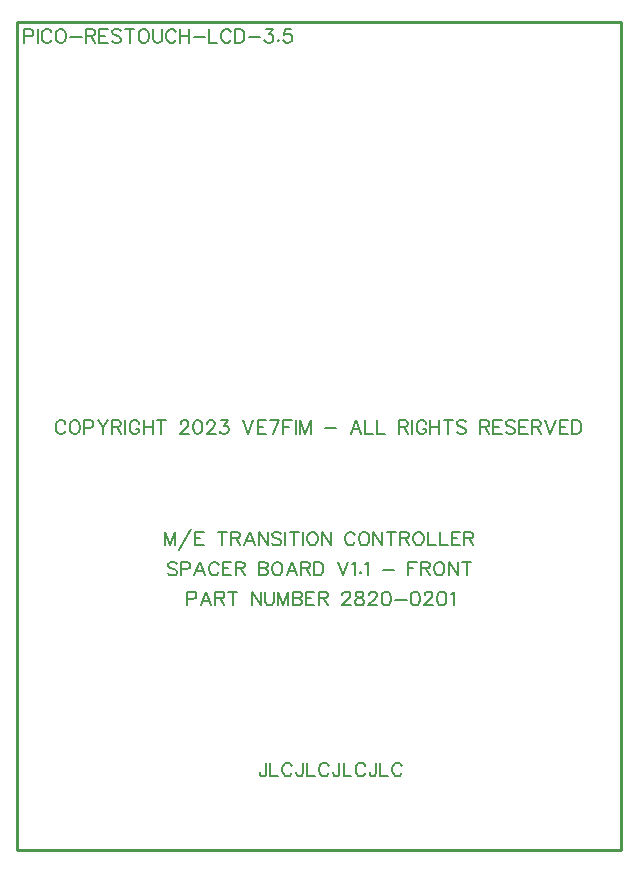
<source format=gto>
G04 Layer: TopSilkscreenLayer*
G04 EasyEDA v6.5.29, 2023-07-16 15:11:24*
G04 187f5c6779fd422f98db1b48107103c3,5a6b42c53f6a479593ecc07194224c93,10*
G04 Gerber Generator version 0.2*
G04 Scale: 100 percent, Rotated: No, Reflected: No *
G04 Dimensions in millimeters *
G04 leading zeros omitted , absolute positions ,4 integer and 5 decimal *
%FSLAX45Y45*%
%MOMM*%

%ADD10C,0.2030*%
%ADD11C,0.2032*%
%ADD12C,0.2540*%

%LPD*%
D10*
X923544Y6599428D02*
G01*
X918210Y6610350D01*
X907287Y6621271D01*
X896365Y6626860D01*
X874521Y6626860D01*
X863600Y6621271D01*
X852678Y6610350D01*
X847344Y6599428D01*
X841755Y6583171D01*
X841755Y6555994D01*
X847344Y6539484D01*
X852678Y6528562D01*
X863600Y6517639D01*
X874521Y6512305D01*
X896365Y6512305D01*
X907287Y6517639D01*
X918210Y6528562D01*
X923544Y6539484D01*
X992378Y6626860D02*
G01*
X981455Y6621271D01*
X970534Y6610350D01*
X965200Y6599428D01*
X959612Y6583171D01*
X959612Y6555994D01*
X965200Y6539484D01*
X970534Y6528562D01*
X981455Y6517639D01*
X992378Y6512305D01*
X1014221Y6512305D01*
X1025144Y6517639D01*
X1036065Y6528562D01*
X1041400Y6539484D01*
X1046987Y6555994D01*
X1046987Y6583171D01*
X1041400Y6599428D01*
X1036065Y6610350D01*
X1025144Y6621271D01*
X1014221Y6626860D01*
X992378Y6626860D01*
X1082802Y6626860D02*
G01*
X1082802Y6512305D01*
X1082802Y6626860D02*
G01*
X1132078Y6626860D01*
X1148334Y6621271D01*
X1153921Y6615937D01*
X1159255Y6605015D01*
X1159255Y6588505D01*
X1153921Y6577584D01*
X1148334Y6572250D01*
X1132078Y6566662D01*
X1082802Y6566662D01*
X1195323Y6626860D02*
G01*
X1239012Y6572250D01*
X1239012Y6512305D01*
X1282445Y6626860D02*
G01*
X1239012Y6572250D01*
X1318513Y6626860D02*
G01*
X1318513Y6512305D01*
X1318513Y6626860D02*
G01*
X1367536Y6626860D01*
X1384045Y6621271D01*
X1389379Y6615937D01*
X1394968Y6605015D01*
X1394968Y6594094D01*
X1389379Y6583171D01*
X1384045Y6577584D01*
X1367536Y6572250D01*
X1318513Y6572250D01*
X1356613Y6572250D02*
G01*
X1394968Y6512305D01*
X1430781Y6626860D02*
G01*
X1430781Y6512305D01*
X1548637Y6599428D02*
G01*
X1543304Y6610350D01*
X1532381Y6621271D01*
X1521460Y6626860D01*
X1499615Y6626860D01*
X1488694Y6621271D01*
X1477771Y6610350D01*
X1472437Y6599428D01*
X1466850Y6583171D01*
X1466850Y6555994D01*
X1472437Y6539484D01*
X1477771Y6528562D01*
X1488694Y6517639D01*
X1499615Y6512305D01*
X1521460Y6512305D01*
X1532381Y6517639D01*
X1543304Y6528562D01*
X1548637Y6539484D01*
X1548637Y6555994D01*
X1521460Y6555994D02*
G01*
X1548637Y6555994D01*
X1584705Y6626860D02*
G01*
X1584705Y6512305D01*
X1661160Y6626860D02*
G01*
X1661160Y6512305D01*
X1584705Y6572250D02*
G01*
X1661160Y6572250D01*
X1735328Y6626860D02*
G01*
X1735328Y6512305D01*
X1696973Y6626860D02*
G01*
X1773428Y6626860D01*
X1898904Y6599428D02*
G01*
X1898904Y6605015D01*
X1904237Y6615937D01*
X1909826Y6621271D01*
X1920747Y6626860D01*
X1942591Y6626860D01*
X1953513Y6621271D01*
X1958847Y6615937D01*
X1964436Y6605015D01*
X1964436Y6594094D01*
X1958847Y6583171D01*
X1947925Y6566662D01*
X1893570Y6512305D01*
X1969770Y6512305D01*
X2038604Y6626860D02*
G01*
X2022093Y6621271D01*
X2011172Y6605015D01*
X2005838Y6577584D01*
X2005838Y6561328D01*
X2011172Y6534150D01*
X2022093Y6517639D01*
X2038604Y6512305D01*
X2049525Y6512305D01*
X2065781Y6517639D01*
X2076704Y6534150D01*
X2082291Y6561328D01*
X2082291Y6577584D01*
X2076704Y6605015D01*
X2065781Y6621271D01*
X2049525Y6626860D01*
X2038604Y6626860D01*
X2123693Y6599428D02*
G01*
X2123693Y6605015D01*
X2129027Y6615937D01*
X2134615Y6621271D01*
X2145538Y6626860D01*
X2167381Y6626860D01*
X2178050Y6621271D01*
X2183638Y6615937D01*
X2188972Y6605015D01*
X2188972Y6594094D01*
X2183638Y6583171D01*
X2172715Y6566662D01*
X2118106Y6512305D01*
X2194559Y6512305D01*
X2241550Y6626860D02*
G01*
X2301493Y6626860D01*
X2268727Y6583171D01*
X2284984Y6583171D01*
X2295906Y6577584D01*
X2301493Y6572250D01*
X2306827Y6555994D01*
X2306827Y6545071D01*
X2301493Y6528562D01*
X2290572Y6517639D01*
X2274061Y6512305D01*
X2257806Y6512305D01*
X2241550Y6517639D01*
X2235961Y6523228D01*
X2230627Y6534150D01*
X2426970Y6626860D02*
G01*
X2470658Y6512305D01*
X2514091Y6626860D02*
G01*
X2470658Y6512305D01*
X2550159Y6626860D02*
G01*
X2550159Y6512305D01*
X2550159Y6626860D02*
G01*
X2621025Y6626860D01*
X2550159Y6572250D02*
G01*
X2593847Y6572250D01*
X2550159Y6512305D02*
G01*
X2621025Y6512305D01*
X2733547Y6626860D02*
G01*
X2678938Y6512305D01*
X2657093Y6626860D02*
G01*
X2733547Y6626860D01*
X2769361Y6626860D02*
G01*
X2769361Y6512305D01*
X2769361Y6626860D02*
G01*
X2840227Y6626860D01*
X2769361Y6572250D02*
G01*
X2813050Y6572250D01*
X2876295Y6626860D02*
G01*
X2876295Y6512305D01*
X2912363Y6626860D02*
G01*
X2912363Y6512305D01*
X2912363Y6626860D02*
G01*
X2956052Y6512305D01*
X2999740Y6626860D02*
G01*
X2956052Y6512305D01*
X2999740Y6626860D02*
G01*
X2999740Y6512305D01*
X3119627Y6561328D02*
G01*
X3217925Y6561328D01*
X3381502Y6626860D02*
G01*
X3337813Y6512305D01*
X3381502Y6626860D02*
G01*
X3425190Y6512305D01*
X3354070Y6550405D02*
G01*
X3408679Y6550405D01*
X3461004Y6626860D02*
G01*
X3461004Y6512305D01*
X3461004Y6512305D02*
G01*
X3526536Y6512305D01*
X3562604Y6626860D02*
G01*
X3562604Y6512305D01*
X3562604Y6512305D02*
G01*
X3627881Y6512305D01*
X3748024Y6626860D02*
G01*
X3748024Y6512305D01*
X3748024Y6626860D02*
G01*
X3797045Y6626860D01*
X3813556Y6621271D01*
X3818890Y6615937D01*
X3824477Y6605015D01*
X3824477Y6594094D01*
X3818890Y6583171D01*
X3813556Y6577584D01*
X3797045Y6572250D01*
X3748024Y6572250D01*
X3786124Y6572250D02*
G01*
X3824477Y6512305D01*
X3860291Y6626860D02*
G01*
X3860291Y6512305D01*
X3978147Y6599428D02*
G01*
X3972813Y6610350D01*
X3961891Y6621271D01*
X3950970Y6626860D01*
X3929125Y6626860D01*
X3918204Y6621271D01*
X3907281Y6610350D01*
X3901693Y6599428D01*
X3896359Y6583171D01*
X3896359Y6555994D01*
X3901693Y6539484D01*
X3907281Y6528562D01*
X3918204Y6517639D01*
X3929125Y6512305D01*
X3950970Y6512305D01*
X3961891Y6517639D01*
X3972813Y6528562D01*
X3978147Y6539484D01*
X3978147Y6555994D01*
X3950970Y6555994D02*
G01*
X3978147Y6555994D01*
X4014215Y6626860D02*
G01*
X4014215Y6512305D01*
X4090415Y6626860D02*
G01*
X4090415Y6512305D01*
X4014215Y6572250D02*
G01*
X4090415Y6572250D01*
X4164838Y6626860D02*
G01*
X4164838Y6512305D01*
X4126484Y6626860D02*
G01*
X4202938Y6626860D01*
X4315206Y6610350D02*
G01*
X4304284Y6621271D01*
X4288027Y6626860D01*
X4266184Y6626860D01*
X4249927Y6621271D01*
X4239006Y6610350D01*
X4239006Y6599428D01*
X4244340Y6588505D01*
X4249927Y6583171D01*
X4260595Y6577584D01*
X4293361Y6566662D01*
X4304284Y6561328D01*
X4309872Y6555994D01*
X4315206Y6545071D01*
X4315206Y6528562D01*
X4304284Y6517639D01*
X4288027Y6512305D01*
X4266184Y6512305D01*
X4249927Y6517639D01*
X4239006Y6528562D01*
X4435347Y6626860D02*
G01*
X4435347Y6512305D01*
X4435347Y6626860D02*
G01*
X4484370Y6626860D01*
X4500625Y6621271D01*
X4506213Y6615937D01*
X4511547Y6605015D01*
X4511547Y6594094D01*
X4506213Y6583171D01*
X4500625Y6577584D01*
X4484370Y6572250D01*
X4435347Y6572250D01*
X4473447Y6572250D02*
G01*
X4511547Y6512305D01*
X4547615Y6626860D02*
G01*
X4547615Y6512305D01*
X4547615Y6626860D02*
G01*
X4618481Y6626860D01*
X4547615Y6572250D02*
G01*
X4591304Y6572250D01*
X4547615Y6512305D02*
G01*
X4618481Y6512305D01*
X4731004Y6610350D02*
G01*
X4720081Y6621271D01*
X4703572Y6626860D01*
X4681727Y6626860D01*
X4665472Y6621271D01*
X4654550Y6610350D01*
X4654550Y6599428D01*
X4659884Y6588505D01*
X4665472Y6583171D01*
X4676393Y6577584D01*
X4709159Y6566662D01*
X4720081Y6561328D01*
X4725415Y6555994D01*
X4731004Y6545071D01*
X4731004Y6528562D01*
X4720081Y6517639D01*
X4703572Y6512305D01*
X4681727Y6512305D01*
X4665472Y6517639D01*
X4654550Y6528562D01*
X4766818Y6626860D02*
G01*
X4766818Y6512305D01*
X4766818Y6626860D02*
G01*
X4837684Y6626860D01*
X4766818Y6572250D02*
G01*
X4810506Y6572250D01*
X4766818Y6512305D02*
G01*
X4837684Y6512305D01*
X4873752Y6626860D02*
G01*
X4873752Y6512305D01*
X4873752Y6626860D02*
G01*
X4922774Y6626860D01*
X4939284Y6621271D01*
X4944618Y6615937D01*
X4950206Y6605015D01*
X4950206Y6594094D01*
X4944618Y6583171D01*
X4939284Y6577584D01*
X4922774Y6572250D01*
X4873752Y6572250D01*
X4912106Y6572250D02*
G01*
X4950206Y6512305D01*
X4986274Y6626860D02*
G01*
X5029708Y6512305D01*
X5073395Y6626860D02*
G01*
X5029708Y6512305D01*
X5109463Y6626860D02*
G01*
X5109463Y6512305D01*
X5109463Y6626860D02*
G01*
X5180329Y6626860D01*
X5109463Y6572250D02*
G01*
X5153152Y6572250D01*
X5109463Y6512305D02*
G01*
X5180329Y6512305D01*
X5216397Y6626860D02*
G01*
X5216397Y6512305D01*
X5216397Y6626860D02*
G01*
X5254497Y6626860D01*
X5271008Y6621271D01*
X5281675Y6610350D01*
X5287263Y6599428D01*
X5292597Y6583171D01*
X5292597Y6555994D01*
X5287263Y6539484D01*
X5281675Y6528562D01*
X5271008Y6517639D01*
X5254497Y6512305D01*
X5216397Y6512305D01*
D11*
X2623614Y3728925D02*
G01*
X2623614Y3641549D01*
X2618026Y3625293D01*
X2612692Y3619705D01*
X2601770Y3614371D01*
X2590848Y3614371D01*
X2579926Y3619705D01*
X2574338Y3625293D01*
X2569004Y3641549D01*
X2569004Y3652471D01*
X2659428Y3728925D02*
G01*
X2659428Y3614371D01*
X2659428Y3614371D02*
G01*
X2724960Y3614371D01*
X2842816Y3701493D02*
G01*
X2837482Y3712415D01*
X2826560Y3723337D01*
X2815638Y3728925D01*
X2793794Y3728925D01*
X2782872Y3723337D01*
X2771950Y3712415D01*
X2766362Y3701493D01*
X2761028Y3685237D01*
X2761028Y3658059D01*
X2766362Y3641549D01*
X2771950Y3630627D01*
X2782872Y3619705D01*
X2793794Y3614371D01*
X2815638Y3614371D01*
X2826560Y3619705D01*
X2837482Y3630627D01*
X2842816Y3641549D01*
X2933240Y3728925D02*
G01*
X2933240Y3641549D01*
X2927906Y3625293D01*
X2922572Y3619705D01*
X2911650Y3614371D01*
X2900728Y3614371D01*
X2889806Y3619705D01*
X2884218Y3625293D01*
X2878884Y3641549D01*
X2878884Y3652471D01*
X2969308Y3728925D02*
G01*
X2969308Y3614371D01*
X2969308Y3614371D02*
G01*
X3034840Y3614371D01*
X3152696Y3701493D02*
G01*
X3147108Y3712415D01*
X3136186Y3723337D01*
X3125264Y3728925D01*
X3103674Y3728925D01*
X3092752Y3723337D01*
X3081830Y3712415D01*
X3076242Y3701493D01*
X3070908Y3685237D01*
X3070908Y3658059D01*
X3076242Y3641549D01*
X3081830Y3630627D01*
X3092752Y3619705D01*
X3103674Y3614371D01*
X3125264Y3614371D01*
X3136186Y3619705D01*
X3147108Y3630627D01*
X3152696Y3641549D01*
X3243120Y3728925D02*
G01*
X3243120Y3641549D01*
X3237786Y3625293D01*
X3232198Y3619705D01*
X3221276Y3614371D01*
X3210354Y3614371D01*
X3199432Y3619705D01*
X3194098Y3625293D01*
X3188764Y3641549D01*
X3188764Y3652471D01*
X3279188Y3728925D02*
G01*
X3279188Y3614371D01*
X3279188Y3614371D02*
G01*
X3344720Y3614371D01*
X3462576Y3701493D02*
G01*
X3456988Y3712415D01*
X3446066Y3723337D01*
X3435144Y3728925D01*
X3413300Y3728925D01*
X3402378Y3723337D01*
X3391456Y3712415D01*
X3386122Y3701493D01*
X3380534Y3685237D01*
X3380534Y3658059D01*
X3386122Y3641549D01*
X3391456Y3630627D01*
X3402378Y3619705D01*
X3413300Y3614371D01*
X3435144Y3614371D01*
X3446066Y3619705D01*
X3456988Y3630627D01*
X3462576Y3641549D01*
X3553000Y3728925D02*
G01*
X3553000Y3641549D01*
X3547666Y3625293D01*
X3542078Y3619705D01*
X3531156Y3614371D01*
X3520234Y3614371D01*
X3509312Y3619705D01*
X3503978Y3625293D01*
X3498390Y3641549D01*
X3498390Y3652471D01*
X3589068Y3728925D02*
G01*
X3589068Y3614371D01*
X3589068Y3614371D02*
G01*
X3654346Y3614371D01*
X3772202Y3701493D02*
G01*
X3766868Y3712415D01*
X3755946Y3723337D01*
X3745024Y3728925D01*
X3723180Y3728925D01*
X3712258Y3723337D01*
X3701336Y3712415D01*
X3696002Y3701493D01*
X3690414Y3685237D01*
X3690414Y3658059D01*
X3696002Y3641549D01*
X3701336Y3630627D01*
X3712258Y3619705D01*
X3723180Y3614371D01*
X3745024Y3614371D01*
X3755946Y3619705D01*
X3766868Y3630627D01*
X3772202Y3641549D01*
X575104Y9939154D02*
G01*
X575104Y9824610D01*
X575104Y9939154D02*
G01*
X624194Y9939154D01*
X640557Y9933701D01*
X646013Y9928247D01*
X651466Y9917338D01*
X651466Y9900973D01*
X646013Y9890064D01*
X640557Y9884610D01*
X624194Y9879154D01*
X575104Y9879154D01*
X687468Y9939154D02*
G01*
X687468Y9824610D01*
X805286Y9911882D02*
G01*
X799830Y9922791D01*
X788921Y9933701D01*
X778012Y9939154D01*
X756193Y9939154D01*
X745286Y9933701D01*
X734377Y9922791D01*
X728921Y9911882D01*
X723468Y9895519D01*
X723468Y9868247D01*
X728921Y9851882D01*
X734377Y9840973D01*
X745286Y9830064D01*
X756193Y9824610D01*
X778012Y9824610D01*
X788921Y9830064D01*
X799830Y9840973D01*
X805286Y9851882D01*
X874013Y9939154D02*
G01*
X863104Y9933701D01*
X852195Y9922791D01*
X846739Y9911882D01*
X841286Y9895519D01*
X841286Y9868247D01*
X846739Y9851882D01*
X852195Y9840973D01*
X863104Y9830064D01*
X874013Y9824610D01*
X895830Y9824610D01*
X906739Y9830064D01*
X917648Y9840973D01*
X923104Y9851882D01*
X928557Y9868247D01*
X928557Y9895519D01*
X923104Y9911882D01*
X917648Y9922791D01*
X906739Y9933701D01*
X895830Y9939154D01*
X874013Y9939154D01*
X964557Y9873701D02*
G01*
X1062738Y9873701D01*
X1098740Y9939154D02*
G01*
X1098740Y9824610D01*
X1098740Y9939154D02*
G01*
X1147831Y9939154D01*
X1164193Y9933701D01*
X1169649Y9928247D01*
X1175103Y9917338D01*
X1175103Y9906429D01*
X1169649Y9895519D01*
X1164193Y9890064D01*
X1147831Y9884610D01*
X1098740Y9884610D01*
X1136921Y9884610D02*
G01*
X1175103Y9824610D01*
X1211102Y9939154D02*
G01*
X1211102Y9824610D01*
X1211102Y9939154D02*
G01*
X1282011Y9939154D01*
X1211102Y9884610D02*
G01*
X1254739Y9884610D01*
X1211102Y9824610D02*
G01*
X1282011Y9824610D01*
X1394376Y9922791D02*
G01*
X1383466Y9933701D01*
X1367101Y9939154D01*
X1345285Y9939154D01*
X1328920Y9933701D01*
X1318011Y9922791D01*
X1318011Y9911882D01*
X1323467Y9900973D01*
X1328920Y9895519D01*
X1339829Y9890064D01*
X1372557Y9879154D01*
X1383466Y9873701D01*
X1388920Y9868247D01*
X1394376Y9857338D01*
X1394376Y9840973D01*
X1383466Y9830064D01*
X1367101Y9824610D01*
X1345285Y9824610D01*
X1328920Y9830064D01*
X1318011Y9840973D01*
X1468556Y9939154D02*
G01*
X1468556Y9824610D01*
X1430375Y9939154D02*
G01*
X1506738Y9939154D01*
X1575465Y9939154D02*
G01*
X1564556Y9933701D01*
X1553646Y9922791D01*
X1548193Y9911882D01*
X1542737Y9895519D01*
X1542737Y9868247D01*
X1548193Y9851882D01*
X1553646Y9840973D01*
X1564556Y9830064D01*
X1575465Y9824610D01*
X1597284Y9824610D01*
X1608193Y9830064D01*
X1619102Y9840973D01*
X1624556Y9851882D01*
X1630011Y9868247D01*
X1630011Y9895519D01*
X1624556Y9911882D01*
X1619102Y9922791D01*
X1608193Y9933701D01*
X1597284Y9939154D01*
X1575465Y9939154D01*
X1666011Y9939154D02*
G01*
X1666011Y9857338D01*
X1671464Y9840973D01*
X1682374Y9830064D01*
X1698739Y9824610D01*
X1709648Y9824610D01*
X1726011Y9830064D01*
X1736920Y9840973D01*
X1742373Y9857338D01*
X1742373Y9939154D01*
X1860191Y9911882D02*
G01*
X1854738Y9922791D01*
X1843829Y9933701D01*
X1832919Y9939154D01*
X1811101Y9939154D01*
X1800191Y9933701D01*
X1789282Y9922791D01*
X1783829Y9911882D01*
X1778373Y9895519D01*
X1778373Y9868247D01*
X1783829Y9851882D01*
X1789282Y9840973D01*
X1800191Y9830064D01*
X1811101Y9824610D01*
X1832919Y9824610D01*
X1843829Y9830064D01*
X1854738Y9840973D01*
X1860191Y9851882D01*
X1896191Y9939154D02*
G01*
X1896191Y9824610D01*
X1972556Y9939154D02*
G01*
X1972556Y9824610D01*
X1896191Y9884610D02*
G01*
X1972556Y9884610D01*
X2008555Y9873701D02*
G01*
X2106736Y9873701D01*
X2142736Y9939154D02*
G01*
X2142736Y9824610D01*
X2142736Y9824610D02*
G01*
X2208192Y9824610D01*
X2326010Y9911882D02*
G01*
X2320554Y9922791D01*
X2309647Y9933701D01*
X2298738Y9939154D01*
X2276919Y9939154D01*
X2266010Y9933701D01*
X2255100Y9922791D01*
X2249647Y9911882D01*
X2244191Y9895519D01*
X2244191Y9868247D01*
X2249647Y9851882D01*
X2255100Y9840973D01*
X2266010Y9830064D01*
X2276919Y9824610D01*
X2298738Y9824610D01*
X2309647Y9830064D01*
X2320554Y9840973D01*
X2326010Y9851882D01*
X2362009Y9939154D02*
G01*
X2362009Y9824610D01*
X2362009Y9939154D02*
G01*
X2400190Y9939154D01*
X2416556Y9933701D01*
X2427465Y9922791D01*
X2432918Y9911882D01*
X2438372Y9895519D01*
X2438372Y9868247D01*
X2432918Y9851882D01*
X2427465Y9840973D01*
X2416556Y9830064D01*
X2400190Y9824610D01*
X2362009Y9824610D01*
X2474374Y9873701D02*
G01*
X2572555Y9873701D01*
X2619463Y9939154D02*
G01*
X2679463Y9939154D01*
X2646735Y9895519D01*
X2663101Y9895519D01*
X2674010Y9890064D01*
X2679463Y9884610D01*
X2684917Y9868247D01*
X2684917Y9857338D01*
X2679463Y9840973D01*
X2668554Y9830064D01*
X2652191Y9824610D01*
X2635826Y9824610D01*
X2619463Y9830064D01*
X2614010Y9835520D01*
X2608554Y9846429D01*
X2726372Y9851882D02*
G01*
X2720919Y9846429D01*
X2726372Y9840973D01*
X2731828Y9846429D01*
X2726372Y9851882D01*
X2833281Y9939154D02*
G01*
X2778737Y9939154D01*
X2773281Y9890064D01*
X2778737Y9895519D01*
X2795099Y9900973D01*
X2811462Y9900973D01*
X2827827Y9895519D01*
X2838737Y9884610D01*
X2844190Y9868247D01*
X2844190Y9857338D01*
X2838737Y9840973D01*
X2827827Y9830064D01*
X2811462Y9824610D01*
X2795099Y9824610D01*
X2778737Y9830064D01*
X2773281Y9835520D01*
X2767827Y9846429D01*
X1765297Y5683747D02*
G01*
X1765297Y5569193D01*
X1765297Y5683747D02*
G01*
X1808985Y5569193D01*
X1852673Y5683747D02*
G01*
X1808985Y5569193D01*
X1852673Y5683747D02*
G01*
X1852673Y5569193D01*
X1986785Y5705591D02*
G01*
X1888487Y5530839D01*
X2022853Y5683747D02*
G01*
X2022853Y5569193D01*
X2022853Y5683747D02*
G01*
X2093719Y5683747D01*
X2022853Y5629137D02*
G01*
X2066287Y5629137D01*
X2022853Y5569193D02*
G01*
X2093719Y5569193D01*
X2251961Y5683747D02*
G01*
X2251961Y5569193D01*
X2213607Y5683747D02*
G01*
X2290061Y5683747D01*
X2326129Y5683747D02*
G01*
X2326129Y5569193D01*
X2326129Y5683747D02*
G01*
X2375151Y5683747D01*
X2391407Y5678159D01*
X2396995Y5672825D01*
X2402329Y5661903D01*
X2402329Y5650981D01*
X2396995Y5640059D01*
X2391407Y5634471D01*
X2375151Y5629137D01*
X2326129Y5629137D01*
X2364229Y5629137D02*
G01*
X2402329Y5569193D01*
X2482085Y5683747D02*
G01*
X2438397Y5569193D01*
X2482085Y5683747D02*
G01*
X2525773Y5569193D01*
X2454653Y5607293D02*
G01*
X2509263Y5607293D01*
X2561587Y5683747D02*
G01*
X2561587Y5569193D01*
X2561587Y5683747D02*
G01*
X2638041Y5569193D01*
X2638041Y5683747D02*
G01*
X2638041Y5569193D01*
X2750309Y5667237D02*
G01*
X2739387Y5678159D01*
X2723131Y5683747D01*
X2701287Y5683747D01*
X2685031Y5678159D01*
X2674109Y5667237D01*
X2674109Y5656315D01*
X2679443Y5645393D01*
X2685031Y5640059D01*
X2695953Y5634471D01*
X2728465Y5623803D01*
X2739387Y5618215D01*
X2744975Y5612881D01*
X2750309Y5601959D01*
X2750309Y5585449D01*
X2739387Y5574527D01*
X2723131Y5569193D01*
X2701287Y5569193D01*
X2685031Y5574527D01*
X2674109Y5585449D01*
X2786377Y5683747D02*
G01*
X2786377Y5569193D01*
X2860545Y5683747D02*
G01*
X2860545Y5569193D01*
X2822445Y5683747D02*
G01*
X2898645Y5683747D01*
X2934713Y5683747D02*
G01*
X2934713Y5569193D01*
X3003547Y5683747D02*
G01*
X2992625Y5678159D01*
X2981703Y5667237D01*
X2976115Y5656315D01*
X2970781Y5640059D01*
X2970781Y5612881D01*
X2976115Y5596371D01*
X2981703Y5585449D01*
X2992625Y5574527D01*
X3003547Y5569193D01*
X3025391Y5569193D01*
X3036313Y5574527D01*
X3047235Y5585449D01*
X3052569Y5596371D01*
X3057903Y5612881D01*
X3057903Y5640059D01*
X3052569Y5656315D01*
X3047235Y5667237D01*
X3036313Y5678159D01*
X3025391Y5683747D01*
X3003547Y5683747D01*
X3093971Y5683747D02*
G01*
X3093971Y5569193D01*
X3093971Y5683747D02*
G01*
X3170425Y5569193D01*
X3170425Y5683747D02*
G01*
X3170425Y5569193D01*
X3372101Y5656315D02*
G01*
X3366767Y5667237D01*
X3355845Y5678159D01*
X3344923Y5683747D01*
X3323079Y5683747D01*
X3312157Y5678159D01*
X3301235Y5667237D01*
X3295901Y5656315D01*
X3290313Y5640059D01*
X3290313Y5612881D01*
X3295901Y5596371D01*
X3301235Y5585449D01*
X3312157Y5574527D01*
X3323079Y5569193D01*
X3344923Y5569193D01*
X3355845Y5574527D01*
X3366767Y5585449D01*
X3372101Y5596371D01*
X3440935Y5683747D02*
G01*
X3430013Y5678159D01*
X3419091Y5667237D01*
X3413757Y5656315D01*
X3408169Y5640059D01*
X3408169Y5612881D01*
X3413757Y5596371D01*
X3419091Y5585449D01*
X3430013Y5574527D01*
X3440935Y5569193D01*
X3462779Y5569193D01*
X3473701Y5574527D01*
X3484623Y5585449D01*
X3489957Y5596371D01*
X3495545Y5612881D01*
X3495545Y5640059D01*
X3489957Y5656315D01*
X3484623Y5667237D01*
X3473701Y5678159D01*
X3462779Y5683747D01*
X3440935Y5683747D01*
X3531359Y5683747D02*
G01*
X3531359Y5569193D01*
X3531359Y5683747D02*
G01*
X3607813Y5569193D01*
X3607813Y5683747D02*
G01*
X3607813Y5569193D01*
X3681981Y5683747D02*
G01*
X3681981Y5569193D01*
X3643881Y5683747D02*
G01*
X3720081Y5683747D01*
X3756149Y5683747D02*
G01*
X3756149Y5569193D01*
X3756149Y5683747D02*
G01*
X3805171Y5683747D01*
X3821681Y5678159D01*
X3827015Y5672825D01*
X3832603Y5661903D01*
X3832603Y5650981D01*
X3827015Y5640059D01*
X3821681Y5634471D01*
X3805171Y5629137D01*
X3756149Y5629137D01*
X3794503Y5629137D02*
G01*
X3832603Y5569193D01*
X3901183Y5683747D02*
G01*
X3890261Y5678159D01*
X3879593Y5667237D01*
X3874005Y5656315D01*
X3868671Y5640059D01*
X3868671Y5612881D01*
X3874005Y5596371D01*
X3879593Y5585449D01*
X3890261Y5574527D01*
X3901183Y5569193D01*
X3923027Y5569193D01*
X3933949Y5574527D01*
X3944871Y5585449D01*
X3950459Y5596371D01*
X3955793Y5612881D01*
X3955793Y5640059D01*
X3950459Y5656315D01*
X3944871Y5667237D01*
X3933949Y5678159D01*
X3923027Y5683747D01*
X3901183Y5683747D01*
X3991861Y5683747D02*
G01*
X3991861Y5569193D01*
X3991861Y5569193D02*
G01*
X4057393Y5569193D01*
X4093207Y5683747D02*
G01*
X4093207Y5569193D01*
X4093207Y5569193D02*
G01*
X4158739Y5569193D01*
X4194807Y5683747D02*
G01*
X4194807Y5569193D01*
X4194807Y5683747D02*
G01*
X4265673Y5683747D01*
X4194807Y5629137D02*
G01*
X4238495Y5629137D01*
X4194807Y5569193D02*
G01*
X4265673Y5569193D01*
X4301741Y5683747D02*
G01*
X4301741Y5569193D01*
X4301741Y5683747D02*
G01*
X4350763Y5683747D01*
X4367019Y5678159D01*
X4372607Y5672825D01*
X4377941Y5661903D01*
X4377941Y5650981D01*
X4372607Y5640059D01*
X4367019Y5634471D01*
X4350763Y5629137D01*
X4301741Y5629137D01*
X4339841Y5629137D02*
G01*
X4377941Y5569193D01*
X1955845Y5175570D02*
G01*
X1955845Y5061016D01*
X1955845Y5175570D02*
G01*
X2004867Y5175570D01*
X2021377Y5170236D01*
X2026711Y5164648D01*
X2032045Y5153980D01*
X2032045Y5137470D01*
X2026711Y5126548D01*
X2021377Y5121214D01*
X2004867Y5115626D01*
X1955845Y5115626D01*
X2111801Y5175570D02*
G01*
X2068113Y5061016D01*
X2111801Y5175570D02*
G01*
X2155489Y5061016D01*
X2084623Y5099370D02*
G01*
X2138979Y5099370D01*
X2191557Y5175570D02*
G01*
X2191557Y5061016D01*
X2191557Y5175570D02*
G01*
X2240579Y5175570D01*
X2256835Y5170236D01*
X2262423Y5164648D01*
X2267757Y5153980D01*
X2267757Y5143058D01*
X2262423Y5132136D01*
X2256835Y5126548D01*
X2240579Y5121214D01*
X2191557Y5121214D01*
X2229657Y5121214D02*
G01*
X2267757Y5061016D01*
X2341925Y5175570D02*
G01*
X2341925Y5061016D01*
X2303825Y5175570D02*
G01*
X2380279Y5175570D01*
X2500167Y5175570D02*
G01*
X2500167Y5061016D01*
X2500167Y5175570D02*
G01*
X2576621Y5061016D01*
X2576621Y5175570D02*
G01*
X2576621Y5061016D01*
X2612435Y5175570D02*
G01*
X2612435Y5093782D01*
X2618023Y5077526D01*
X2628945Y5066604D01*
X2645201Y5061016D01*
X2656123Y5061016D01*
X2672633Y5066604D01*
X2683555Y5077526D01*
X2688889Y5093782D01*
X2688889Y5175570D01*
X2724957Y5175570D02*
G01*
X2724957Y5061016D01*
X2724957Y5175570D02*
G01*
X2768645Y5061016D01*
X2812079Y5175570D02*
G01*
X2768645Y5061016D01*
X2812079Y5175570D02*
G01*
X2812079Y5061016D01*
X2848147Y5175570D02*
G01*
X2848147Y5061016D01*
X2848147Y5175570D02*
G01*
X2897169Y5175570D01*
X2913679Y5170236D01*
X2919013Y5164648D01*
X2924601Y5153980D01*
X2924601Y5143058D01*
X2919013Y5132136D01*
X2913679Y5126548D01*
X2897169Y5121214D01*
X2848147Y5121214D02*
G01*
X2897169Y5121214D01*
X2913679Y5115626D01*
X2919013Y5110292D01*
X2924601Y5099370D01*
X2924601Y5082860D01*
X2919013Y5071938D01*
X2913679Y5066604D01*
X2897169Y5061016D01*
X2848147Y5061016D01*
X2960415Y5175570D02*
G01*
X2960415Y5061016D01*
X2960415Y5175570D02*
G01*
X3031535Y5175570D01*
X2960415Y5121214D02*
G01*
X3004103Y5121214D01*
X2960415Y5061016D02*
G01*
X3031535Y5061016D01*
X3067349Y5175570D02*
G01*
X3067349Y5061016D01*
X3067349Y5175570D02*
G01*
X3116625Y5175570D01*
X3132881Y5170236D01*
X3138469Y5164648D01*
X3143803Y5153980D01*
X3143803Y5143058D01*
X3138469Y5132136D01*
X3132881Y5126548D01*
X3116625Y5121214D01*
X3067349Y5121214D01*
X3105703Y5121214D02*
G01*
X3143803Y5061016D01*
X3269279Y5148392D02*
G01*
X3269279Y5153980D01*
X3274613Y5164648D01*
X3280201Y5170236D01*
X3291123Y5175570D01*
X3312967Y5175570D01*
X3323889Y5170236D01*
X3329223Y5164648D01*
X3334811Y5153980D01*
X3334811Y5143058D01*
X3329223Y5132136D01*
X3318301Y5115626D01*
X3263691Y5061016D01*
X3340145Y5061016D01*
X3403391Y5175570D02*
G01*
X3387135Y5170236D01*
X3381547Y5159314D01*
X3381547Y5148392D01*
X3387135Y5137470D01*
X3398057Y5132136D01*
X3419901Y5126548D01*
X3436157Y5121214D01*
X3447079Y5110292D01*
X3452413Y5099370D01*
X3452413Y5082860D01*
X3447079Y5071938D01*
X3441491Y5066604D01*
X3425235Y5061016D01*
X3403391Y5061016D01*
X3387135Y5066604D01*
X3381547Y5071938D01*
X3376213Y5082860D01*
X3376213Y5099370D01*
X3381547Y5110292D01*
X3392469Y5121214D01*
X3408979Y5126548D01*
X3430823Y5132136D01*
X3441491Y5137470D01*
X3447079Y5148392D01*
X3447079Y5159314D01*
X3441491Y5170236D01*
X3425235Y5175570D01*
X3403391Y5175570D01*
X3494069Y5148392D02*
G01*
X3494069Y5153980D01*
X3499403Y5164648D01*
X3504991Y5170236D01*
X3515913Y5175570D01*
X3537503Y5175570D01*
X3548425Y5170236D01*
X3554013Y5164648D01*
X3559347Y5153980D01*
X3559347Y5143058D01*
X3554013Y5132136D01*
X3543091Y5115626D01*
X3488481Y5061016D01*
X3564935Y5061016D01*
X3633515Y5175570D02*
G01*
X3617259Y5170236D01*
X3606337Y5153980D01*
X3601003Y5126548D01*
X3601003Y5110292D01*
X3606337Y5082860D01*
X3617259Y5066604D01*
X3633515Y5061016D01*
X3644437Y5061016D01*
X3660947Y5066604D01*
X3671869Y5082860D01*
X3677203Y5110292D01*
X3677203Y5126548D01*
X3671869Y5153980D01*
X3660947Y5170236D01*
X3644437Y5175570D01*
X3633515Y5175570D01*
X3713271Y5110292D02*
G01*
X3811315Y5110292D01*
X3880149Y5175570D02*
G01*
X3863893Y5170236D01*
X3852971Y5153980D01*
X3847383Y5126548D01*
X3847383Y5110292D01*
X3852971Y5082860D01*
X3863893Y5066604D01*
X3880149Y5061016D01*
X3891071Y5061016D01*
X3907327Y5066604D01*
X3918249Y5082860D01*
X3923837Y5110292D01*
X3923837Y5126548D01*
X3918249Y5153980D01*
X3907327Y5170236D01*
X3891071Y5175570D01*
X3880149Y5175570D01*
X3965239Y5148392D02*
G01*
X3965239Y5153980D01*
X3970827Y5164648D01*
X3976161Y5170236D01*
X3987083Y5175570D01*
X4008927Y5175570D01*
X4019849Y5170236D01*
X4025183Y5164648D01*
X4030771Y5153980D01*
X4030771Y5143058D01*
X4025183Y5132136D01*
X4014261Y5115626D01*
X3959905Y5061016D01*
X4036105Y5061016D01*
X4104939Y5175570D02*
G01*
X4088429Y5170236D01*
X4077507Y5153980D01*
X4072173Y5126548D01*
X4072173Y5110292D01*
X4077507Y5082860D01*
X4088429Y5066604D01*
X4104939Y5061016D01*
X4115861Y5061016D01*
X4132117Y5066604D01*
X4143039Y5082860D01*
X4148627Y5110292D01*
X4148627Y5126548D01*
X4143039Y5153980D01*
X4132117Y5170236D01*
X4115861Y5175570D01*
X4104939Y5175570D01*
X4184441Y5153980D02*
G01*
X4195363Y5159314D01*
X4211873Y5175570D01*
X4211873Y5061016D01*
X1867154Y5413247D02*
G01*
X1856231Y5424170D01*
X1839721Y5429757D01*
X1817878Y5429757D01*
X1801621Y5424170D01*
X1790700Y5413247D01*
X1790700Y5402326D01*
X1796034Y5391404D01*
X1801621Y5386070D01*
X1812544Y5380481D01*
X1845310Y5369560D01*
X1856231Y5364226D01*
X1861565Y5358892D01*
X1867154Y5347970D01*
X1867154Y5331460D01*
X1856231Y5320537D01*
X1839721Y5315204D01*
X1817878Y5315204D01*
X1801621Y5320537D01*
X1790700Y5331460D01*
X1902968Y5429757D02*
G01*
X1902968Y5315204D01*
X1902968Y5429757D02*
G01*
X1952243Y5429757D01*
X1968500Y5424170D01*
X1974088Y5418836D01*
X1979422Y5407913D01*
X1979422Y5391404D01*
X1974088Y5380481D01*
X1968500Y5375147D01*
X1952243Y5369560D01*
X1902968Y5369560D01*
X2059177Y5429757D02*
G01*
X2015490Y5315204D01*
X2059177Y5429757D02*
G01*
X2102611Y5315204D01*
X2031745Y5353304D02*
G01*
X2086356Y5353304D01*
X2220468Y5402326D02*
G01*
X2215134Y5413247D01*
X2204211Y5424170D01*
X2193290Y5429757D01*
X2171445Y5429757D01*
X2160524Y5424170D01*
X2149602Y5413247D01*
X2144268Y5402326D01*
X2138679Y5386070D01*
X2138679Y5358892D01*
X2144268Y5342381D01*
X2149602Y5331460D01*
X2160524Y5320537D01*
X2171445Y5315204D01*
X2193290Y5315204D01*
X2204211Y5320537D01*
X2215134Y5331460D01*
X2220468Y5342381D01*
X2256536Y5429757D02*
G01*
X2256536Y5315204D01*
X2256536Y5429757D02*
G01*
X2327402Y5429757D01*
X2256536Y5375147D02*
G01*
X2300224Y5375147D01*
X2256536Y5315204D02*
G01*
X2327402Y5315204D01*
X2363470Y5429757D02*
G01*
X2363470Y5315204D01*
X2363470Y5429757D02*
G01*
X2412491Y5429757D01*
X2429002Y5424170D01*
X2434336Y5418836D01*
X2439670Y5407913D01*
X2439670Y5396992D01*
X2434336Y5386070D01*
X2429002Y5380481D01*
X2412491Y5375147D01*
X2363470Y5375147D01*
X2401570Y5375147D02*
G01*
X2439670Y5315204D01*
X2559811Y5429757D02*
G01*
X2559811Y5315204D01*
X2559811Y5429757D02*
G01*
X2608834Y5429757D01*
X2625343Y5424170D01*
X2630677Y5418836D01*
X2636265Y5407913D01*
X2636265Y5396992D01*
X2630677Y5386070D01*
X2625343Y5380481D01*
X2608834Y5375147D01*
X2559811Y5375147D02*
G01*
X2608834Y5375147D01*
X2625343Y5369560D01*
X2630677Y5364226D01*
X2636265Y5353304D01*
X2636265Y5337047D01*
X2630677Y5326126D01*
X2625343Y5320537D01*
X2608834Y5315204D01*
X2559811Y5315204D01*
X2704845Y5429757D02*
G01*
X2693924Y5424170D01*
X2683002Y5413247D01*
X2677668Y5402326D01*
X2672079Y5386070D01*
X2672079Y5358892D01*
X2677668Y5342381D01*
X2683002Y5331460D01*
X2693924Y5320537D01*
X2704845Y5315204D01*
X2726690Y5315204D01*
X2737611Y5320537D01*
X2748534Y5331460D01*
X2753868Y5342381D01*
X2759456Y5358892D01*
X2759456Y5386070D01*
X2753868Y5402326D01*
X2748534Y5413247D01*
X2737611Y5424170D01*
X2726690Y5429757D01*
X2704845Y5429757D01*
X2838958Y5429757D02*
G01*
X2795524Y5315204D01*
X2838958Y5429757D02*
G01*
X2882645Y5315204D01*
X2811779Y5353304D02*
G01*
X2866390Y5353304D01*
X2918713Y5429757D02*
G01*
X2918713Y5315204D01*
X2918713Y5429757D02*
G01*
X2967736Y5429757D01*
X2984245Y5424170D01*
X2989579Y5418836D01*
X2995168Y5407913D01*
X2995168Y5396992D01*
X2989579Y5386070D01*
X2984245Y5380481D01*
X2967736Y5375147D01*
X2918713Y5375147D01*
X2956813Y5375147D02*
G01*
X2995168Y5315204D01*
X3030981Y5429757D02*
G01*
X3030981Y5315204D01*
X3030981Y5429757D02*
G01*
X3069336Y5429757D01*
X3085591Y5424170D01*
X3096513Y5413247D01*
X3101847Y5402326D01*
X3107436Y5386070D01*
X3107436Y5358892D01*
X3101847Y5342381D01*
X3096513Y5331460D01*
X3085591Y5320537D01*
X3069336Y5315204D01*
X3030981Y5315204D01*
X3227324Y5429757D02*
G01*
X3271011Y5315204D01*
X3314700Y5429757D02*
G01*
X3271011Y5315204D01*
X3350768Y5407913D02*
G01*
X3361690Y5413247D01*
X3377945Y5429757D01*
X3377945Y5315204D01*
X3419347Y5342381D02*
G01*
X3414013Y5337047D01*
X3419347Y5331460D01*
X3424936Y5337047D01*
X3419347Y5342381D01*
X3460750Y5407913D02*
G01*
X3471672Y5413247D01*
X3488181Y5429757D01*
X3488181Y5315204D01*
X3608070Y5364226D02*
G01*
X3706368Y5364226D01*
X3826256Y5429757D02*
G01*
X3826256Y5315204D01*
X3826256Y5429757D02*
G01*
X3897122Y5429757D01*
X3826256Y5375147D02*
G01*
X3869943Y5375147D01*
X3933190Y5429757D02*
G01*
X3933190Y5315204D01*
X3933190Y5429757D02*
G01*
X3982211Y5429757D01*
X3998722Y5424170D01*
X4004056Y5418836D01*
X4009643Y5407913D01*
X4009643Y5396992D01*
X4004056Y5386070D01*
X3998722Y5380481D01*
X3982211Y5375147D01*
X3933190Y5375147D01*
X3971543Y5375147D02*
G01*
X4009643Y5315204D01*
X4078224Y5429757D02*
G01*
X4067302Y5424170D01*
X4056634Y5413247D01*
X4051045Y5402326D01*
X4045711Y5386070D01*
X4045711Y5358892D01*
X4051045Y5342381D01*
X4056634Y5331460D01*
X4067302Y5320537D01*
X4078224Y5315204D01*
X4100068Y5315204D01*
X4110990Y5320537D01*
X4121911Y5331460D01*
X4127500Y5342381D01*
X4132834Y5358892D01*
X4132834Y5386070D01*
X4127500Y5402326D01*
X4121911Y5413247D01*
X4110990Y5424170D01*
X4100068Y5429757D01*
X4078224Y5429757D01*
X4168902Y5429757D02*
G01*
X4168902Y5315204D01*
X4168902Y5429757D02*
G01*
X4245356Y5315204D01*
X4245356Y5429757D02*
G01*
X4245356Y5315204D01*
X4319524Y5429757D02*
G01*
X4319524Y5315204D01*
X4281170Y5429757D02*
G01*
X4357624Y5429757D01*
D12*
X510895Y10002799D02*
G01*
X5630875Y10002799D01*
X5630875Y2992399D01*
X510895Y2992399D01*
X510895Y10002799D01*
M02*

</source>
